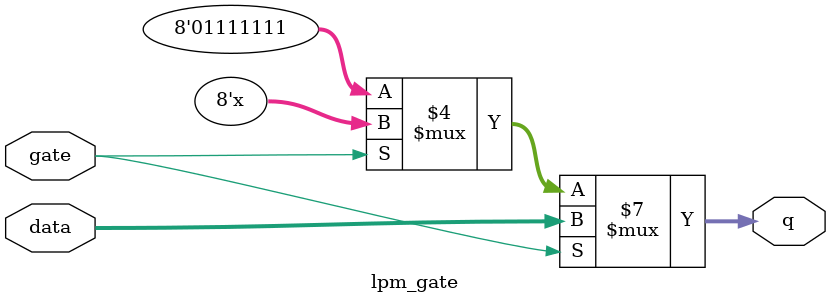
<source format=v>
module lpm_gate(data,gate,q);
input[7:0]data;
input gate;
output reg[7:0] q;
reg[7:0] out;

always@(1) 
	begin
		if (gate==1)
		begin
			q<=data;
		end
		else if(gate==0)
		begin
			q<=8'b0111_1111;
		end
	end
	
endmodule 
</source>
